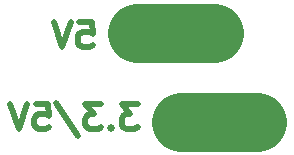
<source format=gbo>
G04 #@! TF.GenerationSoftware,KiCad,Pcbnew,(6.0.1)*
G04 #@! TF.CreationDate,2022-08-01T16:57:02-04:00*
G04 #@! TF.ProjectId,RS232_TTL_Female,52533233-325f-4545-944c-5f46656d616c,rev?*
G04 #@! TF.SameCoordinates,Original*
G04 #@! TF.FileFunction,Legend,Bot*
G04 #@! TF.FilePolarity,Positive*
%FSLAX46Y46*%
G04 Gerber Fmt 4.6, Leading zero omitted, Abs format (unit mm)*
G04 Created by KiCad (PCBNEW (6.0.1)) date 2022-08-01 16:57:02*
%MOMM*%
%LPD*%
G01*
G04 APERTURE LIST*
%ADD10C,5.000000*%
%ADD11C,0.539750*%
G04 APERTURE END LIST*
D10*
X91780000Y-40740000D02*
X85280000Y-40740000D01*
X88130000Y-33240000D02*
X81630000Y-33240000D01*
D11*
X86581714Y-35160367D02*
X87095761Y-35160367D01*
X87095761Y-32076081D01*
X86581714Y-32076081D01*
X81030000Y-35160367D02*
X80515952Y-35160367D01*
X80515952Y-32076081D01*
X81030000Y-32076081D01*
X76712000Y-32281700D02*
X77740095Y-32281700D01*
X77842904Y-33309795D01*
X77740095Y-33206986D01*
X77534476Y-33104176D01*
X77020428Y-33104176D01*
X76814809Y-33206986D01*
X76712000Y-33309795D01*
X76609190Y-33515414D01*
X76609190Y-34029462D01*
X76712000Y-34235081D01*
X76814809Y-34337890D01*
X77020428Y-34440700D01*
X77534476Y-34440700D01*
X77740095Y-34337890D01*
X77842904Y-34235081D01*
X75992333Y-32281700D02*
X75272666Y-34440700D01*
X74553000Y-32281700D01*
X90282857Y-42112347D02*
X90796904Y-42112347D01*
X90796904Y-39028061D01*
X90282857Y-39028061D01*
X84731142Y-42112347D02*
X84217095Y-42112347D01*
X84217095Y-39028061D01*
X84731142Y-39028061D01*
X81646857Y-39233680D02*
X80310333Y-39233680D01*
X81030000Y-40056156D01*
X80721571Y-40056156D01*
X80515952Y-40158966D01*
X80413142Y-40261775D01*
X80310333Y-40467394D01*
X80310333Y-40981442D01*
X80413142Y-41187061D01*
X80515952Y-41289870D01*
X80721571Y-41392680D01*
X81338428Y-41392680D01*
X81544047Y-41289870D01*
X81646857Y-41187061D01*
X79385047Y-41187061D02*
X79282238Y-41289870D01*
X79385047Y-41392680D01*
X79487857Y-41289870D01*
X79385047Y-41187061D01*
X79385047Y-41392680D01*
X78562571Y-39233680D02*
X77226047Y-39233680D01*
X77945714Y-40056156D01*
X77637285Y-40056156D01*
X77431666Y-40158966D01*
X77328857Y-40261775D01*
X77226047Y-40467394D01*
X77226047Y-40981442D01*
X77328857Y-41187061D01*
X77431666Y-41289870D01*
X77637285Y-41392680D01*
X78254142Y-41392680D01*
X78459761Y-41289870D01*
X78562571Y-41187061D01*
X74758619Y-39130870D02*
X76609190Y-41906728D01*
X73010857Y-39233680D02*
X74038952Y-39233680D01*
X74141761Y-40261775D01*
X74038952Y-40158966D01*
X73833333Y-40056156D01*
X73319285Y-40056156D01*
X73113666Y-40158966D01*
X73010857Y-40261775D01*
X72908047Y-40467394D01*
X72908047Y-40981442D01*
X73010857Y-41187061D01*
X73113666Y-41289870D01*
X73319285Y-41392680D01*
X73833333Y-41392680D01*
X74038952Y-41289870D01*
X74141761Y-41187061D01*
X72291190Y-39233680D02*
X71571523Y-41392680D01*
X70851857Y-39233680D01*
M02*

</source>
